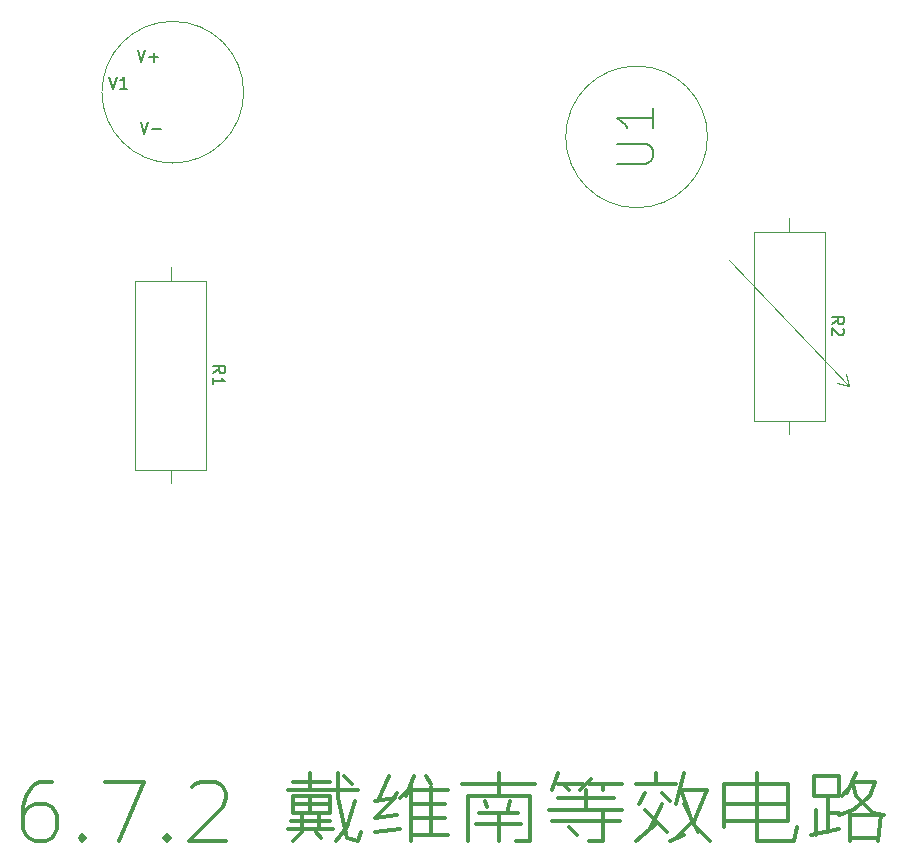
<source format=gbr>
%TF.GenerationSoftware,KiCad,Pcbnew,(6.0.7)*%
%TF.CreationDate,2022-09-05T15:15:48+08:00*%
%TF.ProjectId,6_7_2,365f375f-322e-46b6-9963-61645f706362,rev?*%
%TF.SameCoordinates,Original*%
%TF.FileFunction,Legend,Top*%
%TF.FilePolarity,Positive*%
%FSLAX46Y46*%
G04 Gerber Fmt 4.6, Leading zero omitted, Abs format (unit mm)*
G04 Created by KiCad (PCBNEW (6.0.7)) date 2022-09-05 15:15:48*
%MOMM*%
%LPD*%
G01*
G04 APERTURE LIST*
%ADD10C,0.300000*%
%ADD11C,0.150000*%
%ADD12C,0.120000*%
G04 APERTURE END LIST*
D10*
X27895028Y-90784704D02*
X26942647Y-90784704D01*
X26466457Y-91022800D01*
X26228361Y-91260895D01*
X25752171Y-91975180D01*
X25514076Y-92927561D01*
X25514076Y-94832323D01*
X25752171Y-95308514D01*
X25990266Y-95546609D01*
X26466457Y-95784704D01*
X27418838Y-95784704D01*
X27895028Y-95546609D01*
X28133123Y-95308514D01*
X28371219Y-94832323D01*
X28371219Y-93641847D01*
X28133123Y-93165657D01*
X27895028Y-92927561D01*
X27418838Y-92689466D01*
X26466457Y-92689466D01*
X25990266Y-92927561D01*
X25752171Y-93165657D01*
X25514076Y-93641847D01*
X30514076Y-95308514D02*
X30752171Y-95546609D01*
X30514076Y-95784704D01*
X30275980Y-95546609D01*
X30514076Y-95308514D01*
X30514076Y-95784704D01*
X32418838Y-90784704D02*
X35752171Y-90784704D01*
X33609314Y-95784704D01*
X37656933Y-95308514D02*
X37895028Y-95546609D01*
X37656933Y-95784704D01*
X37418838Y-95546609D01*
X37656933Y-95308514D01*
X37656933Y-95784704D01*
X39799790Y-91260895D02*
X40037885Y-91022800D01*
X40514076Y-90784704D01*
X41704552Y-90784704D01*
X42180742Y-91022800D01*
X42418838Y-91260895D01*
X42656933Y-91737085D01*
X42656933Y-92213276D01*
X42418838Y-92927561D01*
X39561695Y-95784704D01*
X42656933Y-95784704D01*
X48371219Y-90784704D02*
X51466457Y-90784704D01*
X47895028Y-91498990D02*
X53847409Y-91498990D01*
X48371219Y-92689466D02*
X51466457Y-92689466D01*
X48371219Y-93403752D02*
X51466457Y-93403752D01*
X48133123Y-94118038D02*
X51466457Y-94118038D01*
X47895028Y-94832323D02*
X51704552Y-94832323D01*
X48371219Y-91975180D02*
X48371219Y-93403752D01*
X49085504Y-93403752D02*
X49085504Y-94594228D01*
X49799790Y-91975180D02*
X49799790Y-93403752D01*
X49799790Y-90070419D02*
X49799790Y-91498990D01*
X50514076Y-93403752D02*
X50514076Y-94594228D01*
X48371219Y-91975180D02*
X51466457Y-91975180D01*
X51466457Y-93403752D01*
X50275980Y-95070419D02*
X50752171Y-95546609D01*
X52656933Y-90308514D02*
X53371219Y-91022800D01*
X49085504Y-95070419D02*
X48371219Y-95784704D01*
X52180742Y-90070419D02*
X52180742Y-92213276D01*
X52895028Y-95546609D01*
X53847409Y-95784704D01*
X54085504Y-95070419D01*
X53609314Y-92451371D02*
X52895028Y-94594228D01*
X51942647Y-95784704D01*
X58133123Y-91498990D02*
X61466457Y-91498990D01*
X58371219Y-92689466D02*
X61228361Y-92689466D01*
X58371219Y-93879942D02*
X61228361Y-93879942D01*
X58371219Y-95308514D02*
X61466457Y-95308514D01*
X58371219Y-91022800D02*
X58371219Y-95784704D01*
X60037885Y-91260895D02*
X60037885Y-95308514D01*
X59561695Y-90308514D02*
X60037885Y-91022800D01*
X57180742Y-91737085D02*
X56704552Y-92451371D01*
X55275980Y-93879942D01*
X58371219Y-91260895D02*
X57418838Y-92213276D01*
X56466457Y-90308514D02*
X55514076Y-92451371D01*
X58609314Y-90308514D02*
X57895028Y-91975180D01*
X56942647Y-92213276D02*
X55275980Y-92451371D01*
X57180742Y-93641847D02*
X55275980Y-93879942D01*
X57418838Y-94832323D02*
X55275980Y-95070419D01*
X62656933Y-91022800D02*
X68847409Y-91022800D01*
X64085504Y-93403752D02*
X67418838Y-93403752D01*
X63847409Y-94356133D02*
X67656933Y-94356133D01*
X67180742Y-95784704D02*
X68371219Y-95784704D01*
X63133123Y-91975180D02*
X63133123Y-95784704D01*
X65752171Y-90070419D02*
X65752171Y-91975180D01*
X65752171Y-93403752D02*
X65752171Y-95784704D01*
X63133123Y-91975180D02*
X68371219Y-91975180D01*
X68371219Y-95784704D01*
X64561695Y-92451371D02*
X64799790Y-92927561D01*
X66704552Y-92451371D02*
X66466457Y-93403752D01*
X70752171Y-91022800D02*
X72895028Y-91022800D01*
X73371219Y-91022800D02*
X76228361Y-91022800D01*
X70752171Y-92213276D02*
X75514076Y-92213276D01*
X70037885Y-93165657D02*
X76228361Y-93165657D01*
X70275980Y-94118038D02*
X75990266Y-94118038D01*
X73371219Y-95784704D02*
X74561695Y-95784704D01*
X73133123Y-91498990D02*
X73133123Y-93165657D01*
X74561695Y-93165657D02*
X74561695Y-95784704D01*
X71704552Y-94594228D02*
X72418838Y-95308514D01*
X74561695Y-91022800D02*
X74561695Y-91498990D01*
X73609314Y-90546609D02*
X72656933Y-91498990D01*
X71228361Y-91022800D02*
X71704552Y-91498990D01*
X70752171Y-90070419D02*
X70275980Y-91498990D01*
X77418838Y-91022800D02*
X80752171Y-91022800D01*
X79085504Y-90070419D02*
X79085504Y-91022800D01*
X82180742Y-94356133D02*
X83609314Y-95784704D01*
X78133123Y-93165657D02*
X80037885Y-95070419D01*
X79561695Y-91737085D02*
X80275980Y-92451371D01*
X79085504Y-94356133D02*
X77418838Y-95784704D01*
X81466457Y-95308514D02*
X80275980Y-95784704D01*
X82180742Y-94118038D02*
X80752171Y-95546609D01*
X81466457Y-92689466D02*
X82656933Y-95070419D01*
X78133123Y-91737085D02*
X77656933Y-92689466D01*
X79561695Y-92689466D02*
X78609314Y-94832323D01*
X81228361Y-91498990D02*
X82180742Y-94356133D01*
X81228361Y-91498990D02*
X83371219Y-91498990D01*
X82180742Y-94356133D01*
X81466457Y-90070419D02*
X80752171Y-92689466D01*
X84799790Y-92689466D02*
X90275980Y-92689466D01*
X84799790Y-94118038D02*
X90275980Y-94118038D01*
X87656933Y-95784704D02*
X90752171Y-95784704D01*
X84799790Y-91022800D02*
X84799790Y-94594228D01*
X87656933Y-90070419D02*
X87656933Y-95784704D01*
X84799790Y-91022800D02*
X90275980Y-91022800D01*
X90275980Y-94118038D01*
X90990266Y-94594228D02*
X90752171Y-95784704D01*
X92418838Y-91975180D02*
X94561695Y-91975180D01*
X93609314Y-93403752D02*
X94561695Y-93403752D01*
X95514076Y-95546609D02*
X97895028Y-95546609D01*
X92418838Y-90308514D02*
X92418838Y-91975180D01*
X92656933Y-93165657D02*
X92656933Y-95308514D01*
X93609314Y-91975180D02*
X93609314Y-95070419D01*
X92418838Y-90308514D02*
X94561695Y-90308514D01*
X94561695Y-91975180D01*
X95514076Y-93403752D02*
X95514076Y-95784704D01*
X95514076Y-93641847D02*
X98133123Y-93641847D01*
X97895028Y-95784704D01*
X95514076Y-91260895D02*
X94799790Y-91975180D01*
X95752171Y-91022800D02*
X95990266Y-91975180D01*
X97418838Y-93403752D01*
X98371219Y-93641847D01*
X95990266Y-90070419D02*
X95275980Y-91737085D01*
X95752171Y-90784704D02*
X97656933Y-90784704D01*
X97180742Y-91975180D01*
X95752171Y-93165657D01*
X94561695Y-93641847D01*
X94561695Y-94832323D02*
X92180742Y-95308514D01*
D11*
%TO.C,V1*%
X32783376Y-31103580D02*
X33116709Y-32103580D01*
X33450042Y-31103580D01*
X34307185Y-32103580D02*
X33735757Y-32103580D01*
X34021471Y-32103580D02*
X34021471Y-31103580D01*
X33926233Y-31246438D01*
X33830995Y-31341676D01*
X33735757Y-31389295D01*
X35180519Y-28817580D02*
X35513852Y-29817580D01*
X35847185Y-28817580D01*
X36180519Y-29436628D02*
X36942423Y-29436628D01*
X36561471Y-29817580D02*
X36561471Y-29055676D01*
X35434519Y-34913580D02*
X35767852Y-35913580D01*
X36101185Y-34913580D01*
X36434519Y-35532628D02*
X37196423Y-35532628D01*
%TO.C,U1*%
X75790442Y-38483514D02*
X78219014Y-38483514D01*
X78504728Y-38340657D01*
X78647585Y-38197800D01*
X78790442Y-37912085D01*
X78790442Y-37340657D01*
X78647585Y-37054942D01*
X78504728Y-36912085D01*
X78219014Y-36769228D01*
X75790442Y-36769228D01*
X78790442Y-33769228D02*
X78790442Y-35483514D01*
X78790442Y-34626371D02*
X75790442Y-34626371D01*
X76219014Y-34912085D01*
X76504728Y-35197800D01*
X76647585Y-35483514D01*
%TO.C,R1*%
X41598719Y-56198733D02*
X42074909Y-55865400D01*
X41598719Y-55627304D02*
X42598719Y-55627304D01*
X42598719Y-56008257D01*
X42551100Y-56103495D01*
X42503480Y-56151114D01*
X42408242Y-56198733D01*
X42265385Y-56198733D01*
X42170147Y-56151114D01*
X42122528Y-56103495D01*
X42074909Y-56008257D01*
X42074909Y-55627304D01*
X41598719Y-57151114D02*
X41598719Y-56579685D01*
X41598719Y-56865400D02*
X42598719Y-56865400D01*
X42455861Y-56770161D01*
X42360623Y-56674923D01*
X42313004Y-56579685D01*
%TO.C,R2*%
X93973519Y-52058533D02*
X94449709Y-51725200D01*
X93973519Y-51487104D02*
X94973519Y-51487104D01*
X94973519Y-51868057D01*
X94925900Y-51963295D01*
X94878280Y-52010914D01*
X94783042Y-52058533D01*
X94640185Y-52058533D01*
X94544947Y-52010914D01*
X94497328Y-51963295D01*
X94449709Y-51868057D01*
X94449709Y-51487104D01*
X94878280Y-52439485D02*
X94925900Y-52487104D01*
X94973519Y-52582342D01*
X94973519Y-52820438D01*
X94925900Y-52915676D01*
X94878280Y-52963295D01*
X94783042Y-53010914D01*
X94687804Y-53010914D01*
X94544947Y-52963295D01*
X93973519Y-52391866D01*
X93973519Y-53010914D01*
D12*
%TO.C,V1*%
X44164900Y-32413200D02*
G75*
G03*
X44164900Y-32413200I-6000000J0D01*
G01*
%TO.C,U1*%
X83433300Y-36197800D02*
G75*
G03*
X83433300Y-36197800I-6000000J0D01*
G01*
%TO.C,R1*%
X37987100Y-48365400D02*
X37987100Y-47221400D01*
X37987100Y-64365400D02*
X37987100Y-65509400D01*
X40987100Y-48365400D02*
X34987100Y-48365400D01*
X34987100Y-48365400D02*
X34987100Y-64365400D01*
X34987100Y-64365400D02*
X40987100Y-64365400D01*
X40987100Y-64365400D02*
X40987100Y-48365400D01*
%TO.C,R2*%
X95441900Y-57305200D02*
X85281900Y-46637200D01*
X90361900Y-44225200D02*
X90361900Y-43081200D01*
X90361900Y-60225200D02*
X90361900Y-61369200D01*
X95441900Y-57305200D02*
X94425900Y-57051200D01*
X95187900Y-56289200D02*
X95441900Y-57305200D01*
X93361900Y-44225200D02*
X87361900Y-44225200D01*
X87361900Y-44225200D02*
X87361900Y-60225200D01*
X87361900Y-60225200D02*
X93361900Y-60225200D01*
X93361900Y-60225200D02*
X93361900Y-44225200D01*
%TD*%
M02*

</source>
